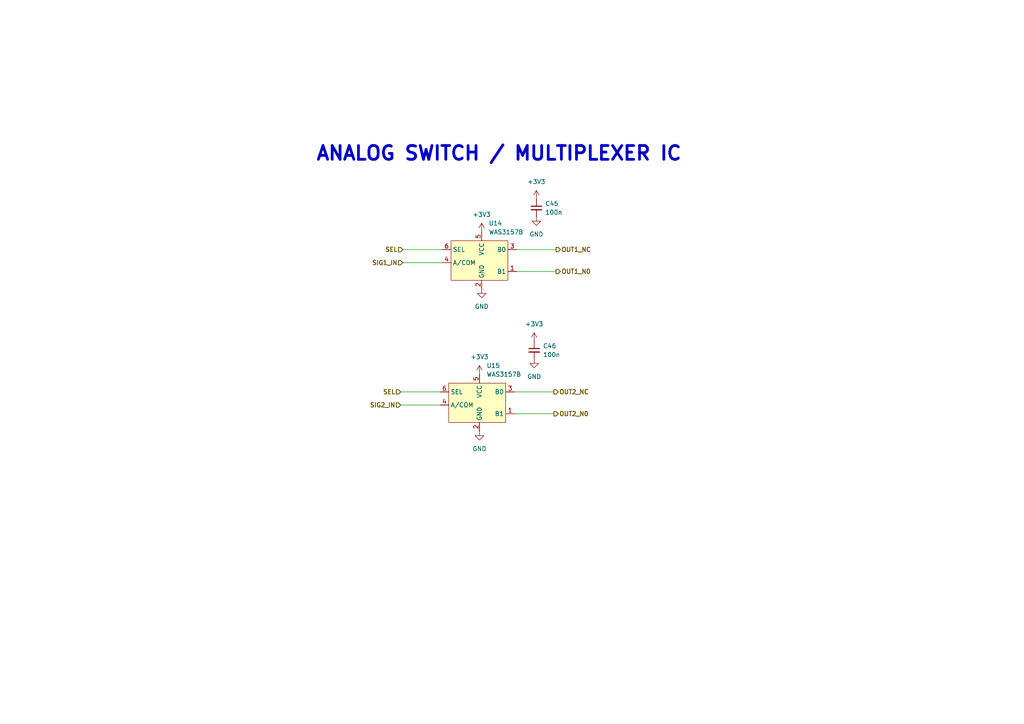
<source format=kicad_sch>
(kicad_sch (version 20230121) (generator eeschema)
  (paper "A4")
  (lib_symbols
    (symbol "Device:C_Small" (pin_numbers hide) (pin_names (offset 0.254) hide)
      (property "Reference" "C" (at 0.254 1.778 0))
      (property "Value" "C_Small" (at 0.254 -2.032 0))
      (symbol "C_Small_0_1"
        (polyline (pts (xy -1.524 -0.508) (xy 1.524 -0.508)) (stroke (width 0.3302)))
        (polyline (pts (xy -1.524 0.508) (xy 1.524 0.508)) (stroke (width 0.3048)))
      )
      (symbol "C_Small_1_1"
        (pin passive line (at 0 2.54 270) (length 2.032) (name "~") (number "1"))
        (pin passive line (at 0 -2.54 90) (length 2.032) (name "~") (number "2"))
      )
    )
    (symbol "GCL_Integrated-Circuits:WAS3157B"
      (property "Reference" "U" (at 5.08 3.81 0))
      (property "Value" "WAS3157B" (at 5.08 1.27 0))
      (symbol "WAS3157B_0_0"
        (pin passive line (at 21.59 -8.89 180) (length 2.54) (name "B1") (number "1"))
        (pin power_in line (at 11.43 -13.97 90) (length 2.54) (name "GND") (number "2"))
        (pin passive line (at 21.59 -2.54 180) (length 2.54) (name "B0") (number "3"))
        (pin passive line (at 0 -6.35 0) (length 2.54) (name "A/COM") (number "4"))
        (pin power_in line (at 11.43 2.54 270) (length 2.54) (name "VCC") (number "5"))
        (pin passive line (at 0 -2.54 0) (length 2.54) (name "SEL") (number "6"))
      )
      (symbol "WAS3157B_0_1"
        (rectangle (start 2.54 0) (end 19.05 -11.43) (fill (type background)))
      )
    )
    (symbol "power:+3V3" (power) (pin_names (offset 0))
      (property "Value" "+3V3" (at 0 3.556 0))
      (symbol "+3V3_0_1"
        (polyline (pts (xy -0.762 1.27) (xy 0 2.54)))
        (polyline (pts (xy 0 0) (xy 0 2.54)))
        (polyline (pts (xy 0 2.54) (xy 0.762 1.27)))
      )
      (symbol "+3V3_1_1"
        (pin power_in line (at 0 0 90) (length 0) hide (name "+3V3") (number "1"))
      )
    )
    (symbol "power:GND" (power) (pin_names (offset 0))
      (property "Value" "GND" (at 0 -3.81 0))
      (symbol "GND_0_1"
        (polyline (pts (xy 0 0) (xy 0 -1.27) (xy 1.27 -1.27) (xy 0 -2.54) (xy -1.27 -1.27) (xy 0 -1.27)))
      )
      (symbol "GND_1_1"
        (pin power_in line (at 0 0 270) (length 0) hide (name "GND") (number "1"))
      )
    )
  )
  (wire (pts (xy 149.86 78.74) (xy 161.29 78.74)))
  (wire (pts (xy 149.225 113.665) (xy 160.655 113.665)))
  (wire (pts (xy 127.635 117.475) (xy 116.205 117.475)))
  (wire (pts (xy 149.225 120.015) (xy 160.655 120.015)))
  (wire (pts (xy 128.27 76.2) (xy 116.84 76.2)))
  (wire (pts (xy 149.86 72.39) (xy 161.29 72.39)))
  (wire (pts (xy 128.27 72.39) (xy 116.84 72.39)))
  (wire (pts (xy 127.635 113.665) (xy 116.205 113.665)))
  (text "ANALOG SWITCH / MULTIPLEXER IC" (at 91.44 46.99 0) (effects (font (size 4 4) bold) (justify left bottom)))
  (hierarchical_label "OUT1_NC" (shape output) (at 161.29 72.39 0) (effects (font bold)))
  (hierarchical_label "SIG2_IN" (shape input) (at 116.205 117.475 180) (effects (font bold)))
  (hierarchical_label "OUT2_N0" (shape output) (at 160.655 120.015 0) (effects (font bold)))
  (hierarchical_label "OUT1_N0" (shape output) (at 161.29 78.74 0) (effects (font bold)))
  (hierarchical_label "SEL" (shape input) (at 116.205 113.665 180) (effects (font bold)))
  (hierarchical_label "OUT2_NC" (shape output) (at 160.655 113.665 0) (effects (font bold)))
  (hierarchical_label "SIG1_IN" (shape input) (at 116.84 76.2 180) (effects (font bold)))
  (hierarchical_label "SEL" (shape input) (at 116.84 72.39 180) (effects (font bold)))
  (symbol (lib_id "power:GND") (at 139.065 125.095 0) (unit 1)
    (property "Reference" "#PWR0101" (effects hide))
    (property "Value" "GND" (at 139.065 130.175 0))
    (instances (project "BIM_PCB" (path "" (reference "#PWR0101") (unit 1)) (path "" (reference "#PWR0109") (unit 1))) (project "ELIESTER_V2" (path "" (reference "#PWR037") (unit 1))))
  )
  (symbol (lib_id "GCL_Integrated-Circuits:WAS3157B") (at 127.635 111.125 0) (unit 1)
    (property "Reference" "U15" (at 141.0844 106.045 0) (effects (justify left)))
    (property "Value" "WAS3157B" (at 141.0844 108.585 0) (effects (justify left)))
    (property "Footprint" "Package_TO_SOT_SMD:SOT-363_SC-70-6" (effects hide))
    (instances (project "BIM_PCB" (path "" (reference "U15") (unit 1)) (path "" (reference "U17") (unit 1))) (project "ELIESTER_V2" (path "" (reference "U1") (unit 1))))
  )
  (symbol (lib_id "power:+3V3") (at 155.575 57.785 0) (unit 1)
    (property "Reference" "#PWR020" (effects hide))
    (property "Value" "+3V3" (at 155.575 52.705 0))
    (instances (project "BIM_PCB" (path "" (reference "#PWR020") (unit 1)) (path "" (reference "#PWR0102") (unit 1))) (project "ELIESTER_V2" (path "" (reference "#PWR046") (unit 1))))
  )
  (symbol (lib_id "Device:C_Small") (at 155.575 60.325 0) (unit 1)
    (property "Reference" "C45" (at 158.115 59.0612 0) (effects (justify left)))
    (property "Value" "100n" (at 158.115 61.6012 0) (effects (justify left)))
    (property "Footprint" "Capacitor_SMD:C_0603_1608Metric" (effects hide))
    (instances (project "BIM_PCB" (path "" (reference "C45") (unit 1)) (path "" (reference "C47") (unit 1))) (project "ELIESTER_V2" (path "" (reference "C2") (unit 1))))
  )
  (symbol (lib_id "power:+3V3") (at 139.7 67.31 0) (unit 1)
    (property "Reference" "#PWR096" (effects hide))
    (property "Value" "+3V3" (at 139.7 62.23 0))
    (instances (project "BIM_PCB" (path "" (reference "#PWR096") (unit 1)) (path "" (reference "#PWR0104") (unit 1))) (project "ELIESTER_V2" (path "" (reference "#PWR038") (unit 1))))
  )
  (symbol (lib_id "power:+3V3") (at 139.065 108.585 0) (unit 1)
    (property "Reference" "#PWR0100" (effects hide))
    (property "Value" "+3V3" (at 139.065 103.505 0))
    (instances (project "BIM_PCB" (path "" (reference "#PWR0100") (unit 1)) (path "" (reference "#PWR0108") (unit 1))) (project "ELIESTER_V2" (path "" (reference "#PWR036") (unit 1))))
  )
  (symbol (lib_id "power:GND") (at 139.7 83.82 0) (unit 1)
    (property "Reference" "#PWR097" (effects hide))
    (property "Value" "GND" (at 139.7 88.9 0))
    (instances (project "BIM_PCB" (path "" (reference "#PWR097") (unit 1)) (path "" (reference "#PWR0105") (unit 1))) (project "ELIESTER_V2" (path "" (reference "#PWR039") (unit 1))))
  )
  (symbol (lib_id "Device:C_Small") (at 154.94 101.6 0) (unit 1)
    (property "Reference" "C46" (at 157.48 100.3362 0) (effects (justify left)))
    (property "Value" "100n" (at 157.48 102.8762 0) (effects (justify left)))
    (property "Footprint" "Capacitor_SMD:C_0603_1608Metric" (effects hide))
    (instances (project "BIM_PCB" (path "" (reference "C46") (unit 1)) (path "" (reference "C48") (unit 1))) (project "ELIESTER_V2" (path "" (reference "C1") (unit 1))))
  )
  (symbol (lib_id "GCL_Integrated-Circuits:WAS3157B") (at 128.27 69.85 0) (unit 1)
    (property "Reference" "U14" (at 141.7194 64.77 0) (effects (justify left)))
    (property "Value" "WAS3157B" (at 141.7194 67.31 0) (effects (justify left)))
    (property "Footprint" "Package_TO_SOT_SMD:SOT-363_SC-70-6" (effects hide))
    (instances (project "BIM_PCB" (path "" (reference "U14") (unit 1)) (path "" (reference "U16") (unit 1))) (project "ELIESTER_V2" (path "" (reference "U5") (unit 1))))
  )
  (symbol (lib_id "power:GND") (at 155.575 62.865 0) (unit 1)
    (property "Reference" "#PWR021" (effects hide))
    (property "Value" "GND" (at 155.575 67.945 0))
    (instances (project "BIM_PCB" (path "" (reference "#PWR021") (unit 1)) (path "" (reference "#PWR0103") (unit 1))) (project "ELIESTER_V2" (path "" (reference "#PWR047") (unit 1))))
  )
  (symbol (lib_id "power:+3V3") (at 154.94 99.06 0) (unit 1)
    (property "Reference" "#PWR098" (effects hide))
    (property "Value" "+3V3" (at 154.94 93.98 0))
    (instances (project "BIM_PCB" (path "" (reference "#PWR098") (unit 1)) (path "" (reference "#PWR0106") (unit 1))) (project "ELIESTER_V2" (path "" (reference "#PWR044") (unit 1))))
  )
  (symbol (lib_id "power:GND") (at 154.94 104.14 0) (unit 1)
    (property "Reference" "#PWR099" (effects hide))
    (property "Value" "GND" (at 154.94 109.22 0))
    (instances (project "BIM_PCB" (path "" (reference "#PWR099") (unit 1)) (path "" (reference "#PWR0107") (unit 1))) (project "ELIESTER_V2" (path "" (reference "#PWR045") (unit 1))))
  )
)
</source>
